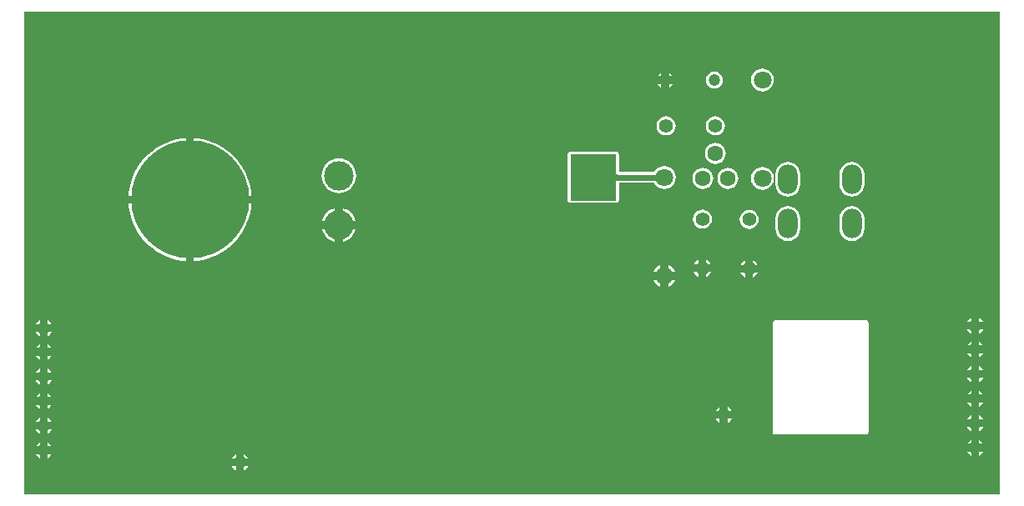
<source format=gbl>
G04*
G04 #@! TF.GenerationSoftware,Altium Limited,Altium Designer,21.0.8 (223)*
G04*
G04 Layer_Physical_Order=2*
G04 Layer_Color=9720587*
%FSLAX44Y44*%
%MOMM*%
G71*
G04*
G04 #@! TF.SameCoordinates,403E8028-421C-4CEE-AC17-E54D717F3EFD*
G04*
G04*
G04 #@! TF.FilePolarity,Positive*
G04*
G01*
G75*
%ADD15C,3.0000*%
%ADD30C,0.6000*%
%ADD31R,4.6901X4.7000*%
%ADD32C,1.4000*%
%ADD33C,1.2000*%
%ADD34C,1.8000*%
%ADD35C,1.6000*%
%ADD36O,2.0000X3.0000*%
%ADD37C,12.0000*%
%ADD38C,1.2700*%
G36*
X995750Y5000D02*
X6250Y5000D01*
X6250Y494500D01*
X995750Y494500D01*
X995750Y5000D01*
D02*
G37*
%LPC*%
G36*
X660450Y432837D02*
Y429250D01*
X664037D01*
X663910Y429557D01*
X662541Y431341D01*
X660757Y432710D01*
X660450Y432837D01*
D02*
G37*
G36*
X652450Y432837D02*
X652143Y432710D01*
X650359Y431341D01*
X648990Y429557D01*
X648863Y429250D01*
X652450D01*
Y432837D01*
D02*
G37*
G36*
X664037Y421250D02*
X660450D01*
Y417663D01*
X660757Y417790D01*
X662541Y419159D01*
X663910Y420943D01*
X664037Y421250D01*
D02*
G37*
G36*
X652450D02*
X648863D01*
X648990Y420943D01*
X650359Y419159D01*
X652143Y417790D01*
X652450Y417663D01*
Y421250D01*
D02*
G37*
G36*
X706250Y433864D02*
X704021Y433570D01*
X701943Y432710D01*
X700159Y431341D01*
X698790Y429557D01*
X697930Y427479D01*
X697636Y425250D01*
X697930Y423021D01*
X698790Y420943D01*
X700159Y419159D01*
X701943Y417790D01*
X704021Y416930D01*
X706250Y416636D01*
X708479Y416930D01*
X710557Y417790D01*
X712341Y419159D01*
X713710Y420943D01*
X714570Y423021D01*
X714864Y425250D01*
X714570Y427479D01*
X713710Y429557D01*
X712341Y431341D01*
X710557Y432710D01*
X708479Y433570D01*
X706250Y433864D01*
D02*
G37*
G36*
X755000Y437140D02*
X751988Y436743D01*
X749180Y435580D01*
X746770Y433730D01*
X744920Y431320D01*
X743757Y428513D01*
X743361Y425500D01*
X743757Y422487D01*
X744920Y419680D01*
X746770Y417270D01*
X749180Y415420D01*
X751988Y414257D01*
X755000Y413861D01*
X758013Y414257D01*
X760820Y415420D01*
X763230Y417270D01*
X765080Y419680D01*
X766243Y422487D01*
X766640Y425500D01*
X766243Y428513D01*
X765080Y431320D01*
X763230Y433730D01*
X760820Y435580D01*
X758013Y436743D01*
X755000Y437140D01*
D02*
G37*
G36*
X707275Y388597D02*
X704784Y388270D01*
X702464Y387308D01*
X700471Y385779D01*
X698942Y383786D01*
X697980Y381465D01*
X697653Y378975D01*
X697980Y376485D01*
X698942Y374164D01*
X700471Y372171D01*
X702464Y370642D01*
X704784Y369681D01*
X707275Y369353D01*
X709765Y369681D01*
X712086Y370642D01*
X714079Y372171D01*
X715608Y374164D01*
X716569Y376485D01*
X716897Y378975D01*
X716569Y381465D01*
X715608Y383786D01*
X714079Y385779D01*
X712086Y387308D01*
X709765Y388270D01*
X707275Y388597D01*
D02*
G37*
G36*
X657275D02*
X654784Y388270D01*
X652464Y387308D01*
X650471Y385779D01*
X648942Y383786D01*
X647980Y381465D01*
X647653Y378975D01*
X647980Y376485D01*
X648942Y374164D01*
X650471Y372171D01*
X652464Y370642D01*
X654784Y369681D01*
X657275Y369353D01*
X659765Y369681D01*
X662086Y370642D01*
X664079Y372171D01*
X665608Y374164D01*
X666569Y376485D01*
X666897Y378975D01*
X666569Y381465D01*
X665608Y383786D01*
X664079Y385779D01*
X662086Y387308D01*
X659765Y388270D01*
X657275Y388597D01*
D02*
G37*
G36*
X707300Y361531D02*
X704548Y361169D01*
X701984Y360107D01*
X699783Y358417D01*
X698093Y356216D01*
X697031Y353652D01*
X696669Y350900D01*
X697031Y348148D01*
X698093Y345584D01*
X699783Y343383D01*
X701984Y341693D01*
X704548Y340631D01*
X707300Y340269D01*
X710051Y340631D01*
X712616Y341693D01*
X714817Y343383D01*
X716507Y345584D01*
X717569Y348148D01*
X717931Y350900D01*
X717569Y353652D01*
X716507Y356216D01*
X714817Y358417D01*
X712616Y360107D01*
X710051Y361169D01*
X707300Y361531D01*
D02*
G37*
G36*
X720000Y336131D02*
X717249Y335769D01*
X714685Y334707D01*
X712483Y333017D01*
X710793Y330816D01*
X709731Y328251D01*
X709369Y325500D01*
X709731Y322748D01*
X710793Y320185D01*
X712483Y317983D01*
X714685Y316293D01*
X717249Y315231D01*
X720000Y314869D01*
X722751Y315231D01*
X725315Y316293D01*
X727517Y317983D01*
X729207Y320185D01*
X730269Y322748D01*
X730631Y325500D01*
X730269Y328251D01*
X729207Y330816D01*
X727517Y333017D01*
X725315Y334707D01*
X722751Y335769D01*
X720000Y336131D01*
D02*
G37*
G36*
X694600D02*
X691849Y335769D01*
X689285Y334707D01*
X687083Y333017D01*
X685393Y330816D01*
X684331Y328251D01*
X683969Y325500D01*
X684331Y322748D01*
X685393Y320185D01*
X687083Y317983D01*
X689285Y316293D01*
X691849Y315231D01*
X694600Y314869D01*
X697352Y315231D01*
X699915Y316293D01*
X702117Y317983D01*
X703807Y320185D01*
X704869Y322748D01*
X705231Y325500D01*
X704869Y328251D01*
X703807Y330816D01*
X702117Y333017D01*
X699915Y334707D01*
X697352Y335769D01*
X694600Y336131D01*
D02*
G37*
G36*
X606811Y352840D02*
X559910D01*
X558919Y352643D01*
X558079Y352081D01*
X557518Y351241D01*
X557321Y350250D01*
Y303250D01*
X557518Y302259D01*
X558079Y301419D01*
X558919Y300857D01*
X559910Y300660D01*
X606811D01*
X607802Y300857D01*
X608642Y301419D01*
X609203Y302259D01*
X609400Y303250D01*
Y320852D01*
X645349D01*
X645420Y320680D01*
X647270Y318270D01*
X649680Y316420D01*
X652487Y315257D01*
X655500Y314860D01*
X658513Y315257D01*
X661320Y316420D01*
X663730Y318270D01*
X665580Y320680D01*
X666743Y323488D01*
X667140Y326500D01*
X666743Y329512D01*
X665580Y332320D01*
X663730Y334730D01*
X661320Y336580D01*
X658513Y337743D01*
X655500Y338140D01*
X652487Y337743D01*
X649680Y336580D01*
X647270Y334730D01*
X645420Y332320D01*
X645349Y332149D01*
X609400D01*
Y350250D01*
X609203Y351241D01*
X608642Y352081D01*
X607802Y352643D01*
X606811Y352840D01*
D02*
G37*
G36*
X755000Y337140D02*
X751988Y336743D01*
X749180Y335580D01*
X746770Y333730D01*
X744920Y331320D01*
X743757Y328513D01*
X743361Y325500D01*
X743757Y322487D01*
X744920Y319680D01*
X746770Y317270D01*
X749180Y315420D01*
X751988Y314257D01*
X755000Y313860D01*
X758013Y314257D01*
X760820Y315420D01*
X763230Y317270D01*
X765080Y319680D01*
X766243Y322487D01*
X766640Y325500D01*
X766243Y328513D01*
X765080Y331320D01*
X763230Y333730D01*
X760820Y335580D01*
X758013Y336743D01*
X755000Y337140D01*
D02*
G37*
G36*
X325250Y345875D02*
X321811Y345536D01*
X318505Y344533D01*
X315458Y342905D01*
X312787Y340713D01*
X310595Y338042D01*
X308967Y334995D01*
X307964Y331688D01*
X307625Y328250D01*
X307964Y324812D01*
X308967Y321505D01*
X310595Y318458D01*
X312787Y315787D01*
X315458Y313596D01*
X318505Y311967D01*
X321811Y310964D01*
X325250Y310625D01*
X328688Y310964D01*
X331995Y311967D01*
X335042Y313596D01*
X337713Y315787D01*
X339905Y318458D01*
X341533Y321505D01*
X342536Y324812D01*
X342875Y328250D01*
X342536Y331688D01*
X341533Y334995D01*
X339905Y338042D01*
X337713Y340713D01*
X335042Y342905D01*
X331995Y344533D01*
X328688Y345536D01*
X325250Y345875D01*
D02*
G37*
G36*
X178250Y366414D02*
Y308000D01*
X236664D01*
X236495Y311013D01*
X235318Y317938D01*
X233374Y324688D01*
X230685Y331178D01*
X227288Y337326D01*
X223223Y343055D01*
X218542Y348292D01*
X213305Y352973D01*
X207576Y357038D01*
X201428Y360435D01*
X194938Y363124D01*
X188188Y365068D01*
X181263Y366245D01*
X178250Y366414D01*
D02*
G37*
G36*
X170250D02*
X167237Y366245D01*
X160312Y365068D01*
X153562Y363124D01*
X147072Y360435D01*
X140924Y357038D01*
X135196Y352973D01*
X129958Y348292D01*
X125277Y343055D01*
X121212Y337326D01*
X117815Y331178D01*
X115126Y324688D01*
X113182Y317938D01*
X112005Y311013D01*
X111836Y308000D01*
X170250D01*
Y366414D01*
D02*
G37*
G36*
X845750Y342203D02*
X842476Y341772D01*
X839426Y340509D01*
X836806Y338499D01*
X834796Y335879D01*
X833533Y332829D01*
X833102Y329555D01*
Y319555D01*
X833533Y316281D01*
X834796Y313231D01*
X836806Y310611D01*
X839426Y308601D01*
X842476Y307338D01*
X845750Y306907D01*
X849024Y307338D01*
X852074Y308601D01*
X854694Y310611D01*
X856704Y313231D01*
X857967Y316281D01*
X858398Y319555D01*
Y329555D01*
X857967Y332829D01*
X856704Y335879D01*
X854694Y338499D01*
X852074Y340509D01*
X849024Y341772D01*
X845750Y342203D01*
D02*
G37*
G36*
X780750D02*
X777476Y341772D01*
X774426Y340509D01*
X771806Y338499D01*
X769796Y335879D01*
X768533Y332829D01*
X768102Y329555D01*
Y319555D01*
X768533Y316281D01*
X769796Y313231D01*
X771806Y310611D01*
X774426Y308601D01*
X777476Y307338D01*
X780750Y306907D01*
X784024Y307338D01*
X787074Y308601D01*
X789694Y310611D01*
X791704Y313231D01*
X792967Y316281D01*
X793398Y319555D01*
Y329555D01*
X792967Y332829D01*
X791704Y335879D01*
X789694Y338499D01*
X787074Y340509D01*
X784024Y341772D01*
X780750Y342203D01*
D02*
G37*
G36*
X329250Y295366D02*
Y282250D01*
X342366D01*
X341533Y284995D01*
X339905Y288042D01*
X337713Y290713D01*
X335042Y292904D01*
X331995Y294533D01*
X329250Y295366D01*
D02*
G37*
G36*
X321250Y295366D02*
X318505Y294533D01*
X315458Y292904D01*
X312787Y290713D01*
X310595Y288042D01*
X308967Y284995D01*
X308134Y282250D01*
X321250D01*
Y295366D01*
D02*
G37*
G36*
X694000Y293872D02*
X691510Y293544D01*
X689189Y292583D01*
X687196Y291054D01*
X685667Y289061D01*
X684706Y286740D01*
X684378Y284250D01*
X684706Y281760D01*
X685667Y279439D01*
X687196Y277446D01*
X689189Y275917D01*
X691510Y274956D01*
X694000Y274628D01*
X696490Y274956D01*
X698811Y275917D01*
X700804Y277446D01*
X702333Y279439D01*
X703295Y281760D01*
X703622Y284250D01*
X703295Y286740D01*
X702333Y289061D01*
X700804Y291054D01*
X698811Y292583D01*
X696490Y293544D01*
X694000Y293872D01*
D02*
G37*
G36*
X741500Y293372D02*
X739010Y293044D01*
X736689Y292083D01*
X734696Y290554D01*
X733167Y288561D01*
X732206Y286241D01*
X731878Y283750D01*
X732206Y281260D01*
X733167Y278939D01*
X734696Y276946D01*
X736689Y275417D01*
X739010Y274456D01*
X741500Y274128D01*
X743990Y274456D01*
X746311Y275417D01*
X748304Y276946D01*
X749833Y278939D01*
X750795Y281260D01*
X751122Y283750D01*
X750795Y286241D01*
X749833Y288561D01*
X748304Y290554D01*
X746311Y292083D01*
X743990Y293044D01*
X741500Y293372D01*
D02*
G37*
G36*
X845750Y297203D02*
X842476Y296772D01*
X839426Y295509D01*
X836806Y293499D01*
X834796Y290879D01*
X833533Y287829D01*
X833102Y284555D01*
Y274555D01*
X833533Y271281D01*
X834796Y268231D01*
X836806Y265611D01*
X839426Y263601D01*
X842476Y262338D01*
X845750Y261907D01*
X849024Y262338D01*
X852074Y263601D01*
X854694Y265611D01*
X856704Y268231D01*
X857967Y271281D01*
X858398Y274555D01*
Y284555D01*
X857967Y287829D01*
X856704Y290879D01*
X854694Y293499D01*
X852074Y295509D01*
X849024Y296772D01*
X845750Y297203D01*
D02*
G37*
G36*
X780750D02*
X777476Y296772D01*
X774426Y295509D01*
X771806Y293499D01*
X769796Y290879D01*
X768533Y287829D01*
X768102Y284555D01*
Y274555D01*
X768533Y271281D01*
X769796Y268231D01*
X771806Y265611D01*
X774426Y263601D01*
X777476Y262338D01*
X780750Y261907D01*
X784024Y262338D01*
X787074Y263601D01*
X789694Y265611D01*
X791704Y268231D01*
X792967Y271281D01*
X793398Y274555D01*
Y284555D01*
X792967Y287829D01*
X791704Y290879D01*
X789694Y293499D01*
X787074Y295509D01*
X784024Y296772D01*
X780750Y297203D01*
D02*
G37*
G36*
X342366Y274250D02*
X329250D01*
Y261134D01*
X331995Y261967D01*
X335042Y263596D01*
X337713Y265787D01*
X339905Y268458D01*
X341533Y271505D01*
X342366Y274250D01*
D02*
G37*
G36*
X321250D02*
X308134D01*
X308967Y271505D01*
X310595Y268458D01*
X312787Y265787D01*
X315458Y263596D01*
X318505Y261967D01*
X321250Y261134D01*
Y274250D01*
D02*
G37*
G36*
X236664Y300000D02*
X178250D01*
Y241586D01*
X181263Y241755D01*
X188188Y242932D01*
X194938Y244876D01*
X201428Y247565D01*
X207576Y250962D01*
X213305Y255027D01*
X218542Y259708D01*
X223223Y264946D01*
X227288Y270674D01*
X230685Y276822D01*
X233374Y283312D01*
X235318Y290062D01*
X236495Y296987D01*
X236664Y300000D01*
D02*
G37*
G36*
X170250D02*
X111836D01*
X112005Y296987D01*
X113182Y290062D01*
X115126Y283312D01*
X117815Y276822D01*
X121212Y270674D01*
X125277Y264946D01*
X129958Y259708D01*
X135196Y255027D01*
X140924Y250962D01*
X147072Y247565D01*
X153562Y244876D01*
X160312Y242932D01*
X167237Y241755D01*
X170250Y241586D01*
Y300000D01*
D02*
G37*
G36*
X698000Y242919D02*
Y238250D01*
X702669D01*
X702333Y239061D01*
X700804Y241054D01*
X698811Y242583D01*
X698000Y242919D01*
D02*
G37*
G36*
X690000Y242919D02*
X689189Y242583D01*
X687196Y241054D01*
X685667Y239061D01*
X685331Y238250D01*
X690000D01*
Y242919D01*
D02*
G37*
G36*
X745500Y242419D02*
Y237750D01*
X750169D01*
X749833Y238561D01*
X748304Y240554D01*
X746311Y242083D01*
X745500Y242419D01*
D02*
G37*
G36*
X737500D02*
X736689Y242083D01*
X734696Y240554D01*
X733167Y238561D01*
X732831Y237750D01*
X737500D01*
Y242419D01*
D02*
G37*
G36*
X659500Y237334D02*
Y230500D01*
X666334D01*
X665580Y232320D01*
X663730Y234730D01*
X661320Y236580D01*
X659500Y237334D01*
D02*
G37*
G36*
X651500D02*
X649680Y236580D01*
X647270Y234730D01*
X645420Y232320D01*
X644666Y230500D01*
X651500D01*
Y237334D01*
D02*
G37*
G36*
X690000Y230250D02*
X685331D01*
X685667Y229439D01*
X687196Y227446D01*
X689189Y225917D01*
X690000Y225581D01*
Y230250D01*
D02*
G37*
G36*
X702669D02*
X698000D01*
Y225581D01*
X698811Y225917D01*
X700804Y227446D01*
X702333Y229439D01*
X702669Y230250D01*
D02*
G37*
G36*
X750169Y229750D02*
X745500D01*
Y225081D01*
X746311Y225417D01*
X748304Y226946D01*
X749833Y228939D01*
X750169Y229750D01*
D02*
G37*
G36*
X737500D02*
X732831D01*
X733167Y228939D01*
X734696Y226946D01*
X736689Y225417D01*
X737500Y225081D01*
Y229750D01*
D02*
G37*
G36*
X666334Y222500D02*
X659500D01*
Y215666D01*
X661320Y216420D01*
X663730Y218270D01*
X665580Y220680D01*
X666334Y222500D01*
D02*
G37*
G36*
X651500D02*
X644666D01*
X645420Y220680D01*
X647270Y218270D01*
X649680Y216420D01*
X651500Y215666D01*
Y222500D01*
D02*
G37*
G36*
X974750Y183856D02*
Y179890D01*
X978716D01*
X978515Y180373D01*
X977090Y182230D01*
X975233Y183655D01*
X974750Y183856D01*
D02*
G37*
G36*
X966750D02*
X966267Y183655D01*
X964410Y182230D01*
X962985Y180373D01*
X962784Y179890D01*
X966750D01*
Y183856D01*
D02*
G37*
G36*
X29750Y181356D02*
Y177390D01*
X33716D01*
X33515Y177873D01*
X32090Y179730D01*
X30233Y181155D01*
X29750Y181356D01*
D02*
G37*
G36*
X21750D02*
X21267Y181155D01*
X19410Y179730D01*
X17985Y177873D01*
X17784Y177390D01*
X21750D01*
Y181356D01*
D02*
G37*
G36*
X978716Y171890D02*
X974750D01*
Y167924D01*
X975233Y168125D01*
X977090Y169550D01*
X978515Y171407D01*
X978716Y171890D01*
D02*
G37*
G36*
X966750D02*
X962784D01*
X962985Y171407D01*
X964410Y169550D01*
X966267Y168125D01*
X966750Y167924D01*
Y171890D01*
D02*
G37*
G36*
X33716Y169390D02*
X29750D01*
Y165424D01*
X30233Y165625D01*
X32090Y167050D01*
X33515Y168907D01*
X33716Y169390D01*
D02*
G37*
G36*
X21750D02*
X17784D01*
X17985Y168907D01*
X19410Y167050D01*
X21267Y165625D01*
X21750Y165424D01*
Y169390D01*
D02*
G37*
G36*
X974750Y159856D02*
Y155890D01*
X978716D01*
X978515Y156373D01*
X977090Y158230D01*
X975233Y159655D01*
X974750Y159856D01*
D02*
G37*
G36*
X966750D02*
X966267Y159655D01*
X964410Y158230D01*
X962985Y156373D01*
X962784Y155890D01*
X966750D01*
Y159856D01*
D02*
G37*
G36*
X29750Y157356D02*
Y153390D01*
X33716D01*
X33515Y153873D01*
X32090Y155730D01*
X30233Y157155D01*
X29750Y157356D01*
D02*
G37*
G36*
X21750D02*
X21267Y157155D01*
X19410Y155730D01*
X17985Y153873D01*
X17784Y153390D01*
X21750D01*
Y157356D01*
D02*
G37*
G36*
X978716Y147890D02*
X974750D01*
Y143924D01*
X975233Y144125D01*
X977090Y145550D01*
X978515Y147407D01*
X978716Y147890D01*
D02*
G37*
G36*
X966750D02*
X962784D01*
X962985Y147407D01*
X964410Y145550D01*
X966267Y144125D01*
X966750Y143924D01*
Y147890D01*
D02*
G37*
G36*
X33716Y145390D02*
X29750D01*
Y141424D01*
X30233Y141625D01*
X32090Y143050D01*
X33515Y144907D01*
X33716Y145390D01*
D02*
G37*
G36*
X21750D02*
X17784D01*
X17985Y144907D01*
X19410Y143050D01*
X21267Y141625D01*
X21750Y141424D01*
Y145390D01*
D02*
G37*
G36*
X974750Y134856D02*
Y130890D01*
X978716D01*
X978515Y131373D01*
X977090Y133230D01*
X975233Y134655D01*
X974750Y134856D01*
D02*
G37*
G36*
X966750D02*
X966267Y134655D01*
X964410Y133230D01*
X962985Y131373D01*
X962784Y130890D01*
X966750D01*
Y134856D01*
D02*
G37*
G36*
X29750Y132356D02*
Y128390D01*
X33716D01*
X33515Y128873D01*
X32090Y130730D01*
X30233Y132155D01*
X29750Y132356D01*
D02*
G37*
G36*
X21750D02*
X21267Y132155D01*
X19410Y130730D01*
X17985Y128873D01*
X17784Y128390D01*
X21750D01*
Y132356D01*
D02*
G37*
G36*
X978716Y122890D02*
X974750D01*
Y118924D01*
X975233Y119125D01*
X977090Y120550D01*
X978515Y122407D01*
X978716Y122890D01*
D02*
G37*
G36*
X966750D02*
X962784D01*
X962985Y122407D01*
X964410Y120550D01*
X966267Y119125D01*
X966750Y118924D01*
Y122890D01*
D02*
G37*
G36*
X33716Y120390D02*
X29750D01*
Y116424D01*
X30233Y116625D01*
X32090Y118050D01*
X33515Y119907D01*
X33716Y120390D01*
D02*
G37*
G36*
X21750D02*
X17784D01*
X17985Y119907D01*
X19410Y118050D01*
X21267Y116625D01*
X21750Y116424D01*
Y120390D01*
D02*
G37*
G36*
X974750Y109856D02*
Y105890D01*
X978716D01*
X978515Y106373D01*
X977090Y108230D01*
X975233Y109655D01*
X974750Y109856D01*
D02*
G37*
G36*
X966750D02*
X966267Y109655D01*
X964410Y108230D01*
X962985Y106373D01*
X962784Y105890D01*
X966750D01*
Y109856D01*
D02*
G37*
G36*
X29750Y107356D02*
Y103390D01*
X33716D01*
X33515Y103873D01*
X32090Y105730D01*
X30233Y107155D01*
X29750Y107356D01*
D02*
G37*
G36*
X21750D02*
X21267Y107155D01*
X19410Y105730D01*
X17985Y103873D01*
X17784Y103390D01*
X21750D01*
Y107356D01*
D02*
G37*
G36*
X978716Y97890D02*
X974750D01*
Y93924D01*
X975233Y94125D01*
X977090Y95550D01*
X978515Y97407D01*
X978716Y97890D01*
D02*
G37*
G36*
X966750D02*
X962784D01*
X962985Y97407D01*
X964410Y95550D01*
X966267Y94125D01*
X966750Y93924D01*
Y97890D01*
D02*
G37*
G36*
X33716Y95390D02*
X29750D01*
Y91424D01*
X30233Y91625D01*
X32090Y93050D01*
X33515Y94907D01*
X33716Y95390D01*
D02*
G37*
G36*
X21750D02*
X17784D01*
X17985Y94907D01*
X19410Y93050D01*
X21267Y91625D01*
X21750Y91424D01*
Y95390D01*
D02*
G37*
G36*
X719750Y93466D02*
Y89500D01*
X723716D01*
X723515Y89983D01*
X722090Y91840D01*
X720233Y93265D01*
X719750Y93466D01*
D02*
G37*
G36*
X711750D02*
X711267Y93265D01*
X709410Y91840D01*
X707985Y89983D01*
X707784Y89500D01*
X711750D01*
Y93466D01*
D02*
G37*
G36*
X974750Y84856D02*
Y80890D01*
X978716D01*
X978515Y81373D01*
X977090Y83230D01*
X975233Y84655D01*
X974750Y84856D01*
D02*
G37*
G36*
X966750D02*
X966267Y84655D01*
X964410Y83230D01*
X962985Y81373D01*
X962784Y80890D01*
X966750D01*
Y84856D01*
D02*
G37*
G36*
X29750Y82356D02*
Y78390D01*
X33716D01*
X33515Y78873D01*
X32090Y80730D01*
X30233Y82155D01*
X29750Y82356D01*
D02*
G37*
G36*
X21750D02*
X21267Y82155D01*
X19410Y80730D01*
X17985Y78873D01*
X17784Y78390D01*
X21750D01*
Y82356D01*
D02*
G37*
G36*
X723716Y81500D02*
X719750D01*
Y77534D01*
X720233Y77735D01*
X722090Y79160D01*
X723515Y81017D01*
X723716Y81500D01*
D02*
G37*
G36*
X711750D02*
X707784D01*
X707985Y81017D01*
X709410Y79160D01*
X711267Y77735D01*
X711750Y77534D01*
Y81500D01*
D02*
G37*
G36*
X978716Y72890D02*
X974750D01*
Y68924D01*
X975233Y69125D01*
X977090Y70550D01*
X978515Y72407D01*
X978716Y72890D01*
D02*
G37*
G36*
X966750D02*
X962784D01*
X962985Y72407D01*
X964410Y70550D01*
X966267Y69125D01*
X966750Y68924D01*
Y72890D01*
D02*
G37*
G36*
X33716Y70390D02*
X29750D01*
Y66424D01*
X30233Y66625D01*
X32090Y68050D01*
X33515Y69907D01*
X33716Y70390D01*
D02*
G37*
G36*
X21750D02*
X17784D01*
X17985Y69907D01*
X19410Y68050D01*
X21267Y66625D01*
X21750Y66424D01*
Y70390D01*
D02*
G37*
G36*
X860000Y181340D02*
X768000D01*
X767009Y181143D01*
X766169Y180581D01*
X765607Y179741D01*
X765410Y178750D01*
Y67750D01*
X765607Y66759D01*
X766169Y65919D01*
X767009Y65357D01*
X768000Y65160D01*
X860000D01*
X860991Y65357D01*
X861831Y65919D01*
X862393Y66759D01*
X862590Y67750D01*
Y178750D01*
X862393Y179741D01*
X861831Y180581D01*
X860991Y181143D01*
X860000Y181340D01*
D02*
G37*
G36*
X974750Y59856D02*
Y55890D01*
X978716D01*
X978515Y56373D01*
X977090Y58230D01*
X975233Y59655D01*
X974750Y59856D01*
D02*
G37*
G36*
X966750D02*
X966267Y59655D01*
X964410Y58230D01*
X962985Y56373D01*
X962784Y55890D01*
X966750D01*
Y59856D01*
D02*
G37*
G36*
X29750Y57356D02*
Y53390D01*
X33716D01*
X33515Y53873D01*
X32090Y55730D01*
X30233Y57155D01*
X29750Y57356D01*
D02*
G37*
G36*
X21750D02*
X21267Y57155D01*
X19410Y55730D01*
X17985Y53873D01*
X17784Y53390D01*
X21750D01*
Y57356D01*
D02*
G37*
G36*
X978716Y47890D02*
X974750D01*
Y43924D01*
X975233Y44125D01*
X977090Y45550D01*
X978515Y47407D01*
X978716Y47890D01*
D02*
G37*
G36*
X966750D02*
X962784D01*
X962985Y47407D01*
X964410Y45550D01*
X966267Y44125D01*
X966750Y43924D01*
Y47890D01*
D02*
G37*
G36*
X33716Y45390D02*
X29750D01*
Y41424D01*
X30233Y41625D01*
X32090Y43050D01*
X33515Y44907D01*
X33716Y45390D01*
D02*
G37*
G36*
X21750D02*
X17784D01*
X17985Y44907D01*
X19410Y43050D01*
X21267Y41625D01*
X21750Y41424D01*
Y45390D01*
D02*
G37*
G36*
X229000Y45216D02*
Y41250D01*
X232966D01*
X232765Y41733D01*
X231340Y43590D01*
X229483Y45015D01*
X229000Y45216D01*
D02*
G37*
G36*
X221000D02*
X220517Y45015D01*
X218660Y43590D01*
X217235Y41733D01*
X217034Y41250D01*
X221000D01*
Y45216D01*
D02*
G37*
G36*
X232966Y33250D02*
X229000D01*
Y29284D01*
X229483Y29485D01*
X231340Y30910D01*
X232765Y32767D01*
X232966Y33250D01*
D02*
G37*
G36*
X221000D02*
X217034D01*
X217235Y32767D01*
X218660Y30910D01*
X220517Y29485D01*
X221000Y29284D01*
Y33250D01*
D02*
G37*
%LPD*%
D15*
X325250Y328250D02*
D03*
Y278250D02*
D03*
D30*
X606811Y326500D02*
G03*
X605000Y325750I0J-2561D01*
G01*
X606811Y326500D02*
X655500D01*
D31*
X583360Y326750D02*
D03*
D32*
X741500Y283750D02*
D03*
Y233750D02*
D03*
X657275Y378975D02*
D03*
X707275D02*
D03*
X694000Y234250D02*
D03*
Y284250D02*
D03*
D33*
X656450Y425250D02*
D03*
X706250D02*
D03*
D34*
X755000Y425500D02*
D03*
Y325500D02*
D03*
X655500Y226500D02*
D03*
Y326500D02*
D03*
D35*
X707300Y350900D02*
D03*
X720000Y325500D02*
D03*
X694600D02*
D03*
D36*
X845750Y324555D02*
D03*
Y279555D02*
D03*
X780750Y324555D02*
D03*
Y279555D02*
D03*
D37*
X174250Y304000D02*
D03*
D38*
X225000Y37250D02*
D03*
X715750Y85500D02*
D03*
X25750Y74390D02*
D03*
Y99390D02*
D03*
Y124390D02*
D03*
Y149390D02*
D03*
Y49390D02*
D03*
Y173390D02*
D03*
X970750Y76890D02*
D03*
Y101890D02*
D03*
Y126890D02*
D03*
Y151890D02*
D03*
Y51890D02*
D03*
Y175890D02*
D03*
M02*

</source>
